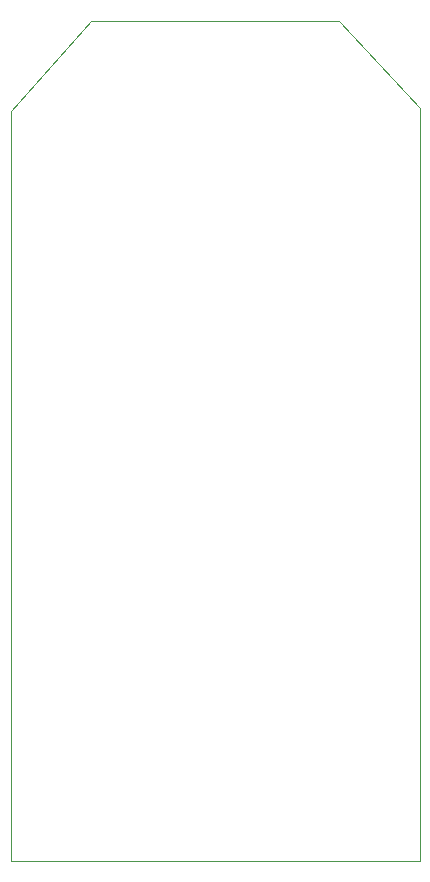
<source format=gbr>
%TF.GenerationSoftware,KiCad,Pcbnew,(6.0.7-1)-1*%
%TF.CreationDate,2022-08-05T12:56:02-05:00*%
%TF.ProjectId,Adafruit NeoPixel 8 Stick,41646166-7275-4697-9420-4e656f506978,rev?*%
%TF.SameCoordinates,Original*%
%TF.FileFunction,Profile,NP*%
%FSLAX46Y46*%
G04 Gerber Fmt 4.6, Leading zero omitted, Abs format (unit mm)*
G04 Created by KiCad (PCBNEW (6.0.7-1)-1) date 2022-08-05 12:56:02*
%MOMM*%
%LPD*%
G01*
G04 APERTURE LIST*
%TA.AperFunction,Profile*%
%ADD10C,0.050000*%
%TD*%
G04 APERTURE END LIST*
D10*
X129200000Y-89915998D02*
X150200000Y-89915999D01*
X122428000Y-97536000D02*
X122428000Y-161036000D01*
X150200000Y-89915999D02*
X157054000Y-97282000D01*
X122428000Y-161036000D02*
X157054000Y-161036000D01*
X157054000Y-97282000D02*
X157054000Y-161036000D01*
X122428000Y-97536000D02*
X129200000Y-89915998D01*
M02*

</source>
